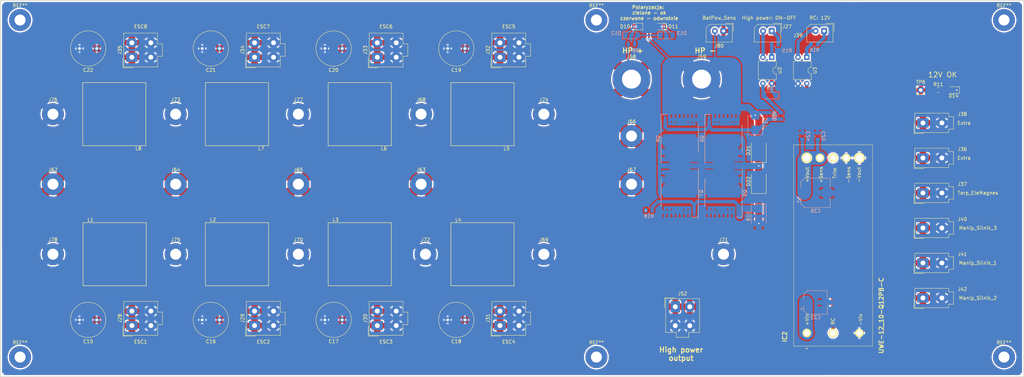
<source format=kicad_pcb>
(kicad_pcb (version 20171130) (host pcbnew "(5.0.2)-1")
  (layers (0 F.Cu signal) (31 B.Cu signal) (34 B.Paste user hide) (35 F.Paste user hide) (36 B.SilkS user) (37 F.SilkS user) (38 B.Mask user) (39 F.Mask user) (44 Edge.Cuts user))
  (net 0 "")
  (net 1 "Net-(C15-Pad1)")
  (net 2 -BattPow)
  (net 3 "Net-(C16-Pad1)")
  (net 4 "Net-(C17-Pad1)")
  (net 5 "Net-(C18-Pad1)")
  (net 6 "Net-(C19-Pad1)")
  (net 7 "Net-(C20-Pad1)")
  (net 8 "Net-(C21-Pad1)")
  (net 9 "Net-(C22-Pad1)")
  (net 10 +BattPow)
  (net 11 "Net-(C24-Pad1)")
  (net 12 "Net-(D9-Pad2)")
  (net 13 "Net-(D10-Pad2)")
  (net 14 "Net-(D10-Pad1)")
  (net 15 "Net-(D14-Pad2)")
  (net 16 "Net-(IC2-Pad2)")
  (net 17 "Net-(J27-Pad2)")
  (net 18 "Net-(J27-Pad1)")
  (net 19 "Net-(J39-Pad1)")
  (net 20 "Net-(J39-Pad2)")
  (net 21 "Net-(D11-Pad1)")
  (net 22 "Net-(D12-Pad2)")
  (net 23 "Net-(R15-Pad1)")
  (net 24 "Net-(R16-Pad1)")
  (net 25 "Net-(D17-Pad1)")
  (net 26 "Net-(D18-Pad1)")
  (net 27 "Net-(D21-Pad1)")
  (module Resistor_SMD:R_0805_2012Metric (layer B.Cu) (at 240.9295 48.2695 270)
    (fp_text reference R9 (at 0 1.905 270) (layer B.SilkS) (effects (justify mirror)))
    (fp_text value 100)
    (pad 1 smd roundrect (at -0.9375 0 270) (size 0.975 1.4) (layers B.Cu B.Paste B.Mask) (net 12 "Net-(D9-Pad2)"))
    (pad 2 smd roundrect (at 0.9375 0 270) (size 0.975 1.4) (layers B.Cu B.Paste B.Mask) (net 25 "Net-(D17-Pad1)"))
  )
  (module Diode_SMD:D_SMB (layer B.Cu) (at 233.492 50.182 90)
    (fp_text reference D17 (at 0 3 90) (layer B.SilkS) (effects (justify mirror)))
    (fp_text value D_TVS)
    (pad 2 smd rect (at 2.15 0 90) (size 2.5 2.3) (layers B.Cu B.Paste B.Mask) (net 14 "Net-(D10-Pad1)"))
    (pad 1 smd rect (at -2.15 0 90) (size 2.5 2.3) (layers B.Cu B.Paste B.Mask) (net 25 "Net-(D17-Pad1)"))
  )
  (module Package_DIP:DIP-4_W7.62mm (layer F.Cu) (at 248.412 31.242 270)
    (fp_text reference U3 (at 3.81 -2.33 270) (layer F.SilkS))
    (fp_text value Transoptor)
    (pad 4 thru_hole oval (at 7.62 0 270) (size 1.6 1.6) (drill 0.8) (layers *.Cu *.Mask) (net 16 "Net-(IC2-Pad2)"))
    (pad 2 thru_hole oval (at 0 2.54 270) (size 1.6 1.6) (drill 0.8) (layers *.Cu *.Mask) (net 20 "Net-(J39-Pad2)"))
    (pad 3 thru_hole oval (at 7.62 2.54 270) (size 1.6 1.6) (drill 0.8) (layers *.Cu *.Mask) (net 2 -BattPow))
    (pad 1 thru_hole rect (at 0 0 270) (size 1.6 1.6) (drill 0.8) (layers *.Cu *.Mask) (net 24 "Net-(R16-Pad1)"))
  )
  (module Capacitor_THT:C_Radial_D10.0mm_H20.0mm_P5.00mm (layer F.Cu) (at 42.672 107.442 180)
    (fp_text reference C15 (at 2.5 -6.25 180) (layer F.SilkS))
    (fp_text value C)
    (pad 1 thru_hole circle (at 0 0 180) (size 1.6 1.6) (drill 0.8) (layers *.Cu *.Mask) (net 1 "Net-(C15-Pad1)"))
    (pad 2 thru_hole circle (at 5 0 180) (size 1.6 1.6) (drill 0.8) (layers *.Cu *.Mask) (net 2 -BattPow))
  )
  (module Capacitor_THT:C_Radial_D10.0mm_H20.0mm_P5.00mm (layer F.Cu) (at 78.232 107.442 180)
    (fp_text reference C16 (at 2.5 -6.25 180) (layer F.SilkS))
    (fp_text value C)
    (pad 2 thru_hole circle (at 5 0 180) (size 1.6 1.6) (drill 0.8) (layers *.Cu *.Mask) (net 2 -BattPow))
    (pad 1 thru_hole circle (at 0 0 180) (size 1.6 1.6) (drill 0.8) (layers *.Cu *.Mask) (net 3 "Net-(C16-Pad1)"))
  )
  (module Capacitor_THT:C_Radial_D10.0mm_H20.0mm_P5.00mm (layer F.Cu) (at 113.792 107.442 180)
    (fp_text reference C17 (at 2.5 -6.25 180) (layer F.SilkS))
    (fp_text value C)
    (pad 1 thru_hole circle (at 0 0 180) (size 1.6 1.6) (drill 0.8) (layers *.Cu *.Mask) (net 4 "Net-(C17-Pad1)"))
    (pad 2 thru_hole circle (at 5 0 180) (size 1.6 1.6) (drill 0.8) (layers *.Cu *.Mask) (net 2 -BattPow))
  )
  (module Capacitor_THT:C_Radial_D10.0mm_H20.0mm_P5.00mm (layer F.Cu) (at 149.352 107.442 180)
    (fp_text reference C18 (at 2.5 -6.25 180) (layer F.SilkS))
    (fp_text value C)
    (pad 2 thru_hole circle (at 5 0 180) (size 1.6 1.6) (drill 0.8) (layers *.Cu *.Mask) (net 2 -BattPow))
    (pad 1 thru_hole circle (at 0 0 180) (size 1.6 1.6) (drill 0.8) (layers *.Cu *.Mask) (net 5 "Net-(C18-Pad1)"))
  )
  (module Capacitor_THT:C_Radial_D10.0mm_H20.0mm_P5.00mm (layer F.Cu) (at 149.352 28.702 180)
    (fp_text reference C19 (at 2.5 -6.25 180) (layer F.SilkS))
    (fp_text value C)
    (pad 1 thru_hole circle (at 0 0 180) (size 1.6 1.6) (drill 0.8) (layers *.Cu *.Mask) (net 6 "Net-(C19-Pad1)"))
    (pad 2 thru_hole circle (at 5 0 180) (size 1.6 1.6) (drill 0.8) (layers *.Cu *.Mask) (net 2 -BattPow))
  )
  (module Capacitor_THT:C_Radial_D10.0mm_H20.0mm_P5.00mm (layer F.Cu) (at 113.792 28.702 180)
    (fp_text reference C20 (at 2.5 -6.25 180) (layer F.SilkS))
    (fp_text value C)
    (pad 1 thru_hole circle (at 0 0 180) (size 1.6 1.6) (drill 0.8) (layers *.Cu *.Mask) (net 7 "Net-(C20-Pad1)"))
    (pad 2 thru_hole circle (at 5 0 180) (size 1.6 1.6) (drill 0.8) (layers *.Cu *.Mask) (net 2 -BattPow))
  )
  (module Capacitor_THT:C_Radial_D10.0mm_H20.0mm_P5.00mm (layer F.Cu) (at 78.232 28.702 180)
    (fp_text reference C21 (at 2.5 -6.25 180) (layer F.SilkS))
    (fp_text value C)
    (pad 2 thru_hole circle (at 5 0 180) (size 1.6 1.6) (drill 0.8) (layers *.Cu *.Mask) (net 2 -BattPow))
    (pad 1 thru_hole circle (at 0 0 180) (size 1.6 1.6) (drill 0.8) (layers *.Cu *.Mask) (net 8 "Net-(C21-Pad1)"))
  )
  (module Capacitor_SMD:CP_Elec_6.3x5.4 (layer B.Cu) (at 250.952 102.362)
    (fp_text reference C23 (at 0 4.35) (layer B.SilkS) (effects (justify mirror)))
    (fp_text value 33uF)
    (pad 1 smd roundrect (at -2.8 0) (size 3.5 1.6) (layers B.Cu B.Paste B.Mask) (roundrect_rratio 0.15625) (net 10 +BattPow))
    (pad 2 smd roundrect (at 2.8 0) (size 3.5 1.6) (layers B.Cu B.Paste B.Mask) (roundrect_rratio 0.15625) (net 2 -BattPow))
  )
  (module Capacitor_SMD:C_0805_2012Metric (layer B.Cu) (at 247.142 54.102 90)
    (fp_text reference C24 (at 0 1.65 90) (layer B.SilkS) (effects (justify mirror)))
    (fp_text value 100nF)
    (pad 1 smd roundrect (at -0.9375 0 90) (size 0.975 1.4) (layers B.Cu B.Paste B.Mask) (net 11 "Net-(C24-Pad1)"))
    (pad 2 smd roundrect (at 0.9375 0 90) (size 0.975 1.4) (layers B.Cu B.Paste B.Mask) (net 2 -BattPow))
  )
  (module Capacitor_SMD:C_0805_2012Metric (layer B.Cu) (at 251.587 54.102 90)
    (fp_text reference C25 (at 0 1.65 90) (layer B.SilkS) (effects (justify mirror)))
    (fp_text value 10uF)
    (pad 2 smd roundrect (at 0.9375 0 90) (size 0.975 1.4) (layers B.Cu B.Paste B.Mask) (net 2 -BattPow))
    (pad 1 smd roundrect (at -0.9375 0 90) (size 0.975 1.4) (layers B.Cu B.Paste B.Mask) (net 11 "Net-(C24-Pad1)"))
  )
  (module Capacitor_SMD:CP_Elec_8x10 (layer B.Cu) (at 250.952 70.612)
    (fp_text reference C26 (at 0 5.2) (layer B.SilkS) (effects (justify mirror)))
    (fp_text value 200uF)
    (pad 2 smd roundrect (at 3.25 0) (size 3.5 2.5) (layers B.Cu B.Paste B.Mask) (roundrect_rratio 0.1) (net 2 -BattPow))
    (pad 1 smd roundrect (at -3.25 0) (size 3.5 2.5) (layers B.Cu B.Paste B.Mask) (roundrect_rratio 0.1) (net 11 "Net-(C24-Pad1)"))
  )
  (module Diode_SMD:D_MiniMELF (layer B.Cu) (at 237.742 42.332 180)
    (fp_text reference D9 (at 0 2 180) (layer B.SilkS) (effects (justify mirror)))
    (fp_text value BAT48)
    (pad 1 smd rect (at -1.75 0 180) (size 1.3 1.7) (layers B.Cu B.Paste B.Mask) (net 10 +BattPow))
    (pad 2 smd rect (at 1.75 0 180) (size 1.3 1.7) (layers B.Cu B.Paste B.Mask) (net 12 "Net-(D9-Pad2)"))
  )
  (module LED_SMD:LED_0805_2012Metric (layer F.Cu) (at 199.2145 22.352 180)
    (fp_text reference D10 (at 3.4625 0.02 180) (layer F.SilkS))
    (fp_text value LED_G)
    (pad 2 smd roundrect (at 0.9375 0 180) (size 0.975 1.4) (layers F.Cu F.Paste F.Mask) (net 13 "Net-(D10-Pad2)"))
    (pad 1 smd roundrect (at -0.9375 0 180) (size 0.975 1.4) (layers F.Cu F.Paste F.Mask) (net 14 "Net-(D10-Pad1)"))
  )
  (module LED_SMD:LED_0805_2012Metric (layer F.Cu) (at 206.1695 22.352 180)
    (fp_text reference D11 (at -3.5825 0.02 180) (layer F.SilkS))
    (fp_text value LED_R)
    (pad 1 smd roundrect (at -0.9375 0 180) (size 0.975 1.4) (layers F.Cu F.Paste F.Mask) (net 21 "Net-(D11-Pad1)"))
    (pad 2 smd roundrect (at 0.9375 0 180) (size 0.975 1.4) (layers F.Cu F.Paste F.Mask) (net 14 "Net-(D10-Pad1)"))
  )
  (module Diode_SMD:D_MiniMELF (layer B.Cu) (at 197.612 24.892)
    (fp_text reference D12 (at -4.445 -0.635) (layer B.SilkS) (effects (justify mirror)))
    (fp_text value BAT48)
    (pad 1 smd rect (at -1.75 0) (size 1.3 1.7) (layers B.Cu B.Paste B.Mask) (net 13 "Net-(D10-Pad2)"))
    (pad 2 smd rect (at 1.75 0) (size 1.3 1.7) (layers B.Cu B.Paste B.Mask) (net 22 "Net-(D12-Pad2)"))
  )
  (module Diode_SMD:D_MiniMELF (layer B.Cu) (at 207.772 24.892)
    (fp_text reference D13 (at 4.445 -0.635) (layer B.SilkS) (effects (justify mirror)))
    (fp_text value BAT48)
    (pad 1 smd rect (at -1.75 0) (size 1.3 1.7) (layers B.Cu B.Paste B.Mask) (net 22 "Net-(D12-Pad2)"))
    (pad 2 smd rect (at 1.75 0) (size 1.3 1.7) (layers B.Cu B.Paste B.Mask) (net 21 "Net-(D11-Pad1)"))
  )
  (module LED_SMD:LED_0805_2012Metric (layer F.Cu) (at 290.957 40.767 180)
    (fp_text reference D14 (at 0 -1.65 180) (layer F.SilkS))
    (fp_text value LED_B)
    (pad 2 smd roundrect (at 0.9375 0 180) (size 0.975 1.4) (layers F.Cu F.Paste F.Mask) (net 15 "Net-(D14-Pad2)"))
    (pad 1 smd roundrect (at -0.9375 0 180) (size 0.975 1.4) (layers F.Cu F.Paste F.Mask) (net 2 -BattPow))
  )
  (module UWE-12_10-Q12P-C:UWE-12_10-Q12P-C (layer F.Cu) (at 256.032 85.852 90)
    (fp_text reference IC2 (at -26.5 -14 90) (layer F.SilkS) (effects (font (size 1.27 1.27) (thickness 0.254))))
    (fp_text value UWE-12_10-Q12PB-C (at -20.32 13.97 90) (layer F.SilkS) (effects (font (size 1.27 1.27) (thickness 0.254))))
    (fp_text user +Vin (at -21.5 -7.5 90) (layer F.SilkS))
    (fp_text user -Vin (at -21.5 8 90) (layer F.SilkS))
    (fp_text user RC (at -22 0 90) (layer F.SilkS))
    (fp_text user -Vout (at 20.5 7.5 90) (layer F.SilkS))
    (fp_text user +Vout (at 20.5 -7.5 90) (layer F.SilkS))
    (fp_text user +Sens (at 20.5 -3.5 90) (layer F.SilkS))
    (fp_text user -Sens (at 20.5 4.5 90) (layer F.SilkS))
    (fp_text user Trim (at 21 0.5 90) (layer F.SilkS))
    (pad 1 thru_hole circle (at -25.4 -7.62 180) (size 2.54 2.54) (drill 1.5748) (layers *.Cu *.Mask F.SilkS) (net 10 +BattPow))
    (pad 2 thru_hole circle (at -25.4 0 180) (size 2.54 2.54) (drill 1.5748) (layers *.Cu *.Mask F.SilkS) (net 16 "Net-(IC2-Pad2)"))
    (pad 3 thru_hole circle (at -25.4 7.62 180) (size 2.54 2.54) (drill 1.5748) (layers *.Cu *.Mask F.SilkS) (net 2 -BattPow))
    (pad 4 thru_hole circle (at 25.4 7.62 180) (size 3.2 3.2) (drill 2.1336) (layers *.Cu *.Mask F.SilkS) (net 2 -BattPow))
    (pad 5 thru_hole circle (at 25.4 3.81 180) (size 2.54 2.54) (drill 1.5748) (layers *.Cu *.Mask F.SilkS) (net 2 -BattPow))
    (pad 6 thru_hole circle (at 25.4 0 180) (size 2.54 2.54) (drill 1.5748) (layers *.Cu *.Mask F.SilkS))
    (pad 7 thru_hole circle (at 25.4 -3.81 180) (size 2.54 2.54) (drill 1.5748) (layers *.Cu *.Mask F.SilkS) (net 11 "Net-(C24-Pad1)"))
    (pad 8 thru_hole circle (at 25.4 -7.62 180) (size 3.2 3.2) (drill 2.1336) (layers *.Cu *.Mask F.SilkS) (net 11 "Net-(C24-Pad1)"))
  )
  (module Connector_Molex:Molex_SPOX_5267-02A_1x02_P2.50mm_Vertical (layer F.Cu) (at 238.252 23.622 180)
    (fp_text reference J27 (at -4.445 1.27 180) (layer F.SilkS))
    (fp_text value "High power: ON-OFF" (at 0.762 3.81 180) (layer F.SilkS))
    (pad 2 thru_hole oval (at 2.5 0 180) (size 1.7 1.85) (drill 0.85) (layers *.Cu *.Mask) (net 17 "Net-(J27-Pad2)"))
    (pad 1 thru_hole roundrect (at 0 0 180) (size 1.7 1.85) (drill 0.85) (layers *.Cu *.Mask) (roundrect_rratio 0.147059) (net 18 "Net-(J27-Pad1)"))
  )
  (module Connector_Molex:Molex_Mini-Fit_Jr_5566-04A_2x02_P4.20mm_Vertical (layer F.Cu) (at 52.852 109.102 90)
    (fp_text reference J28 (at 2.1 -3.45 90) (layer F.SilkS))
    (fp_text value ESC1 (at -4.69 2.52 180) (layer F.SilkS))
    (pad 1 thru_hole roundrect (at 0 0 90) (size 2.7 3.3) (drill 1.4) (layers *.Cu *.Mask) (roundrect_rratio 0.09259299999999999) (net 1 "Net-(C15-Pad1)"))
    (pad 2 thru_hole oval (at 4.2 0 90) (size 2.7 3.3) (drill 1.4) (layers *.Cu *.Mask) (net 1 "Net-(C15-Pad1)"))
    (pad 3 thru_hole oval (at 0 5.5 90) (size 2.7 3.3) (drill 1.4) (layers *.Cu *.Mask) (net 2 -BattPow))
    (pad 4 thru_hole oval (at 4.2 5.5 90) (size 2.7 3.3) (drill 1.4) (layers *.Cu *.Mask) (net 2 -BattPow))
  )
  (module Connector_Molex:Molex_Mini-Fit_Jr_5566-04A_2x02_P4.20mm_Vertical (layer F.Cu) (at 88.392 109.102 90)
    (fp_text reference J29 (at 2.1 -3.45 90) (layer F.SilkS))
    (fp_text value ESC2 (at -4.69 2.54 180) (layer F.SilkS))
    (pad 4 thru_hole oval (at 4.2 5.5 90) (size 2.7 3.3) (drill 1.4) (layers *.Cu *.Mask) (net 2 -BattPow))
    (pad 3 thru_hole oval (at 0 5.5 90) (size 2.7 3.3) (drill 1.4) (layers *.Cu *.Mask) (net 2 -BattPow))
    (pad 2 thru_hole oval (at 4.2 0 90) (size 2.7 3.3) (drill 1.4) (layers *.Cu *.Mask) (net 3 "Net-(C16-Pad1)"))
    (pad 1 thru_hole roundrect (at 0 0 90) (size 2.7 3.3) (drill 1.4) (layers *.Cu *.Mask) (roundrect_rratio 0.09259299999999999) (net 3 "Net-(C16-Pad1)"))
  )
  (module Connector_Molex:Molex_Mini-Fit_Jr_5566-04A_2x02_P4.20mm_Vertical (layer F.Cu) (at 123.952 109.102 90)
    (fp_text reference J30 (at 2.1 -3.45 90) (layer F.SilkS))
    (fp_text value ESC3 (at -4.69 2.54 180) (layer F.SilkS))
    (pad 1 thru_hole roundrect (at 0 0 90) (size 2.7 3.3) (drill 1.4) (layers *.Cu *.Mask) (roundrect_rratio 0.09259299999999999) (net 4 "Net-(C17-Pad1)"))
    (pad 2 thru_hole oval (at 4.2 0 90) (size 2.7 3.3) (drill 1.4) (layers *.Cu *.Mask) (net 4 "Net-(C17-Pad1)"))
    (pad 3 thru_hole oval (at 0 5.5 90) (size 2.7 3.3) (drill 1.4) (layers *.Cu *.Mask) (net 2 -BattPow))
    (pad 4 thru_hole oval (at 4.2 5.5 90) (size 2.7 3.3) (drill 1.4) (layers *.Cu *.Mask) (net 2 -BattPow))
  )
  (module Connector_Molex:Molex_Mini-Fit_Jr_5566-04A_2x02_P4.20mm_Vertical (layer F.Cu) (at 159.512 109.102 90)
    (fp_text reference J31 (at 2.1 -3.45 90) (layer F.SilkS))
    (fp_text value ESC4 (at -4.69 2.54 180) (layer F.SilkS))
    (pad 4 thru_hole oval (at 4.2 5.5 90) (size 2.7 3.3) (drill 1.4) (layers *.Cu *.Mask) (net 2 -BattPow))
    (pad 3 thru_hole oval (at 0 5.5 90) (size 2.7 3.3) (drill 1.4) (layers *.Cu *.Mask) (net 2 -BattPow))
    (pad 2 thru_hole oval (at 4.2 0 90) (size 2.7 3.3) (drill 1.4) (layers *.Cu *.Mask) (net 5 "Net-(C18-Pad1)"))
    (pad 1 thru_hole roundrect (at 0 0 90) (size 2.7 3.3) (drill 1.4) (layers *.Cu *.Mask) (roundrect_rratio 0.09259299999999999) (net 5 "Net-(C18-Pad1)"))
  )
  (module Connector_Molex:Molex_Mini-Fit_Jr_5566-04A_2x02_P4.20mm_Vertical (layer F.Cu) (at 159.512 31.242 90)
    (fp_text reference J32 (at 2.1 -3.45 90) (layer F.SilkS))
    (fp_text value ESC5 (at 8.89 2.54 180) (layer F.SilkS))
    (pad 4 thru_hole oval (at 4.2 5.5 90) (size 2.7 3.3) (drill 1.4) (layers *.Cu *.Mask) (net 2 -BattPow))
    (pad 3 thru_hole oval (at 0 5.5 90) (size 2.7 3.3) (drill 1.4) (layers *.Cu *.Mask) (net 2 -BattPow))
    (pad 2 thru_hole oval (at 4.2 0 90) (size 2.7 3.3) (drill 1.4) (layers *.Cu *.Mask) (net 6 "Net-(C19-Pad1)"))
    (pad 1 thru_hole roundrect (at 0 0 90) (size 2.7 3.3) (drill 1.4) (layers *.Cu *.Mask) (roundrect_rratio 0.09259299999999999) (net 6 "Net-(C19-Pad1)"))
  )
  (module Connector_Molex:Molex_Mini-Fit_Jr_5566-04A_2x02_P4.20mm_Vertical (layer F.Cu) (at 123.952 31.242 90)
    (fp_text reference J33 (at 2.1 -3.45 90) (layer F.SilkS))
    (fp_text value ESC6 (at 8.89 2.54 180) (layer F.SilkS))
    (pad 1 thru_hole roundrect (at 0 0 90) (size 2.7 3.3) (drill 1.4) (layers *.Cu *.Mask) (roundrect_rratio 0.09259299999999999) (net 7 "Net-(C20-Pad1)"))
    (pad 2 thru_hole oval (at 4.2 0 90) (size 2.7 3.3) (drill 1.4) (layers *.Cu *.Mask) (net 7 "Net-(C20-Pad1)"))
    (pad 3 thru_hole oval (at 0 5.5 90) (size 2.7 3.3) (drill 1.4) (layers *.Cu *.Mask) (net 2 -BattPow))
    (pad 4 thru_hole oval (at 4.2 5.5 90) (size 2.7 3.3) (drill 1.4) (layers *.Cu *.Mask) (net 2 -BattPow))
  )
  (module Connector_Molex:Molex_Mini-Fit_Jr_5566-04A_2x02_P4.20mm_Vertical (layer F.Cu) (at 88.392 31.242 90)
    (fp_text reference J34 (at 2.1 -3.45 90) (layer F.SilkS))
    (fp_text value ESC7 (at 8.89 2.54 180) (layer F.SilkS))
    (pad 1 thru_hole roundrect (at 0 0 90) (size 2.7 3.3) (drill 1.4) (layers *.Cu *.Mask) (roundrect_rratio 0.09259299999999999) (net 8 "Net-(C21-Pad1)"))
    (pad 2 thru_hole oval (at 4.2 0 90) (size 2.7 3.3) (drill 1.4) (layers *.Cu *.Mask) (net 8 "Net-(C21-Pad1)"))
    (pad 3 thru_hole oval (at 0 5.5 90) (size 2.7 3.3) (drill 1.4) (layers *.Cu *.Mask) (net 2 -BattPow))
    (pad 4 thru_hole oval (at 4.2 5.5 90) (size 2.7 3.3) (drill 1.4) (layers *.Cu *.Mask) (net 2 -BattPow))
  )
  (module Connector_Molex:Molex_Mini-Fit_Jr_5566-04A_2x02_P4.20mm_Vertical (layer F.Cu) (at 52.832 31.242 90)
    (fp_text reference J35 (at 2.1 -3.45 90) (layer F.SilkS))
    (fp_text value ESC8 (at 8.89 2.54 180) (layer F.SilkS))
    (pad 4 thru_hole oval (at 4.2 5.5 90) (size 2.7 3.3) (drill 1.4) (layers *.Cu *.Mask) (net 2 -BattPow))
    (pad 3 thru_hole oval (at 0 5.5 90) (size 2.7 3.3) (drill 1.4) (layers *.Cu *.Mask) (net 2 -BattPow))
    (pad 2 thru_hole oval (at 4.2 0 90) (size 2.7 3.3) (drill 1.4) (layers *.Cu *.Mask) (net 9 "Net-(C22-Pad1)"))
    (pad 1 thru_hole roundrect (at 0 0 90) (size 2.7 3.3) (drill 1.4) (layers *.Cu *.Mask) (roundrect_rratio 0.09259299999999999) (net 9 "Net-(C22-Pad1)"))
  )
  (module Connector_Molex:Molex_SPOX_5267-02A_1x02_P2.50mm_Vertical (layer F.Cu) (at 253.452 23.622 180)
    (fp_text reference J39 (at 7.58 -1.27 180) (layer F.SilkS))
    (fp_text value "RC: 12V" (at 1.23 3.81 180) (layer F.SilkS))
    (pad 1 thru_hole roundrect (at 0 0 180) (size 1.7 1.85) (drill 0.85) (layers *.Cu *.Mask) (roundrect_rratio 0.147059) (net 19 "Net-(J39-Pad1)"))
    (pad 2 thru_hole oval (at 2.5 0 180) (size 1.7 1.85) (drill 0.85) (layers *.Cu *.Mask) (net 20 "Net-(J39-Pad2)"))
  )
  (module Connector_Molex:Molex_Mini-Fit_Jr_5566-04A_2x02_P4.20mm_Vertical (layer F.Cu) (at 210.312 103.632)
    (fp_text reference J52 (at 2.1 -3.81) (layer F.SilkS))
    (fp_text value HP_OUT)
    (pad 4 thru_hole oval (at 4.2 5.5) (size 2.7 3.3) (drill 1.4) (layers *.Cu *.Mask) (net 2 -BattPow))
    (pad 3 thru_hole oval (at 0 5.5) (size 2.7 3.3) (drill 1.4) (layers *.Cu *.Mask) (net 2 -BattPow))
    (pad 2 thru_hole oval (at 4.2 0) (size 2.7 3.3) (drill 1.4) (layers *.Cu *.Mask) (net 10 +BattPow))
    (pad 1 thru_hole roundrect (at 0 0) (size 2.7 3.3) (drill 1.4) (layers *.Cu *.Mask) (roundrect_rratio 0.09259299999999999) (net 10 +BattPow))
  )
  (module 74435571100:74435571100 (layer F.Cu) (at 47.852 88.392)
    (fp_text reference L1 (at -7 -10) (layer F.SilkS))
    (fp_text value L)
    (pad 1 smd rect (at 0 -7.5) (size 6 6) (layers F.Cu F.Paste F.Mask) (net 10 +BattPow))
    (pad 2 smd rect (at 0 7.5) (size 6 6) (layers F.Cu F.Paste F.Mask) (net 1 "Net-(C15-Pad1)"))
  )
  (module 74435571100:74435571100 (layer F.Cu) (at 83.312 88.392)
    (fp_text reference L2 (at -7 -10) (layer F.SilkS))
    (fp_text value L)
    (pad 2 smd rect (at 0 7.5) (size 6 6) (layers F.Cu F.Paste F.Mask) (net 3 "Net-(C16-Pad1)"))
    (pad 1 smd rect (at 0 -7.5) (size 6 6) (layers F.Cu F.Paste F.Mask) (net 10 +BattPow))
  )
  (module 74435571100:74435571100 (layer F.Cu) (at 118.872 88.392)
    (fp_text reference L3 (at -7 -10) (layer F.SilkS))
    (fp_text value L)
    (pad 1 smd rect (at 0 -7.5) (size 6 6) (layers F.Cu F.Paste F.Mask) (net 10 +BattPow))
    (pad 2 smd rect (at 0 7.5) (size 6 6) (layers F.Cu F.Paste F.Mask) (net 4 "Net-(C17-Pad1)"))
  )
  (module 74435571100:74435571100 (layer F.Cu) (at 154.432 88.392)
    (fp_text reference L4 (at -7 -10) (layer F.SilkS))
    (fp_text value L)
    (pad 2 smd rect (at 0 7.5) (size 6 6) (layers F.Cu F.Paste F.Mask) (net 5 "Net-(C18-Pad1)"))
    (pad 1 smd rect (at 0 -7.5) (size 6 6) (layers F.Cu F.Paste F.Mask) (net 10 +BattPow))
  )
  (module 74435571100:74435571100 (layer F.Cu) (at 154.432 47.752 180)
    (fp_text reference L5 (at -7 -10 180) (layer F.SilkS))
    (fp_text value L)
    (pad 1 smd rect (at 0 -7.5 180) (size 6 6) (layers F.Cu F.Paste F.Mask) (net 10 +BattPow))
    (pad 2 smd rect (at 0 7.5 180) (size 6 6) (layers F.Cu F.Paste F.Mask) (net 6 "Net-(C19-Pad1)"))
  )
  (module 74435571100:74435571100 (layer F.Cu) (at 118.872 47.752 180)
    (fp_text reference L6 (at -7 -10 180) (layer F.SilkS))
    (fp_text value L)
    (pad 1 smd rect (at 0 -7.5 180) (size 6 6) (layers F.Cu F.Paste F.Mask) (net 10 +BattPow))
    (pad 2 smd rect (at 0 7.5 180) (size 6 6) (layers F.Cu F.Paste F.Mask) (net 7 "Net-(C20-Pad1)"))
  )
  (module 74435571100:74435571100 (layer F.Cu) (at 83.312 47.752 180)
    (fp_text reference L7 (at -7 -10 180) (layer F.SilkS))
    (fp_text value L)
    (pad 2 smd rect (at 0 7.5 180) (size 6 6) (layers F.Cu F.Paste F.Mask) (net 8 "Net-(C21-Pad1)"))
    (pad 1 smd rect (at 0 -7.5 180) (size 6 6) (layers F.Cu F.Paste F.Mask) (net 10 +BattPow))
  )
  (module 74435571100:74435571100 (layer F.Cu) (at 47.752 47.752 180)
    (fp_text reference L8 (at -7 -10 180) (layer F.SilkS))
    (fp_text value L)
    (pad 2 smd rect (at 0 7.5 180) (size 6 6) (layers F.Cu F.Paste F.Mask) (net 9 "Net-(C22-Pad1)"))
    (pad 1 smd rect (at 0 -7.5 180) (size 6 6) (layers F.Cu F.Paste F.Mask) (net 10 +BattPow))
  )
  (module Package_TO_SOT_SMD:Infineon_PG-HSOF-8-1 (layer B.Cu) (at 224.282 54.882 270)
    (fp_text reference Q6 (at 0 6.25 270) (layer B.SilkS) (effects (justify mirror)))
    (fp_text value IPT004N03L)
    (pad 2 smd rect (at -4.25 -0.6) (size 8 0.8) (layers B.Cu B.Mask) (net 14 "Net-(D10-Pad1)"))
    (pad 1 smd rect (at -5.25 4.2) (size 0.8 2.8) (layers B.Cu B.Paste B.Mask) (net 25 "Net-(D17-Pad1)"))
    (pad 2 smd rect (at -5.25 3) (size 0.8 2.8) (layers B.Cu B.Paste B.Mask) (net 14 "Net-(D10-Pad1)"))
    (pad 2 smd rect (at -5.25 1.8) (size 0.8 2.8) (layers B.Cu B.Paste B.Mask) (net 14 "Net-(D10-Pad1)"))
    (pad 2 smd rect (at -5.25 -4.2) (size 0.8 2.8) (layers B.Cu B.Paste B.Mask) (net 14 "Net-(D10-Pad1)"))
    (pad 2 smd rect (at -5.25 -3) (size 0.8 2.8) (layers B.Cu B.Paste B.Mask) (net 14 "Net-(D10-Pad1)"))
    (pad 2 smd rect (at -5.25 -1.8) (size 0.8 2.8) (layers B.Cu B.Paste B.Mask) (net 14 "Net-(D10-Pad1)"))
    (pad 2 smd rect (at -5.25 -0.6) (size 0.8 2.8) (layers B.Cu B.Paste B.Mask) (net 14 "Net-(D10-Pad1)"))
    (pad 2 smd rect (at -5.25 0.6) (size 0.8 2.8) (layers B.Cu B.Paste B.Mask) (net 14 "Net-(D10-Pad1)"))
    (pad 3 smd rect (at 0.5 0) (size 9.7 3.7) (layers B.Cu B.Mask) (net 27 "Net-(D21-Pad1)"))
    (pad 3 smd rect (at 3.8 0) (size 8.7 2.9) (layers B.Cu B.Mask) (net 27 "Net-(D21-Pad1)"))
    (pad 3 smd rect (at 5.95 0) (size 10.1 1.4) (layers B.Cu B.Mask) (net 27 "Net-(D21-Pad1)"))
  )
  (module Package_TO_SOT_SMD:Infineon_PG-HSOF-8-1 (layer B.Cu) (at 211.582 70.612 90)
    (fp_text reference Q7 (at 0 6.25 90) (layer B.SilkS) (effects (justify mirror)))
    (fp_text value IPT004N03L)
    (pad 3 smd rect (at 5.95 0 180) (size 10.1 1.4) (layers B.Cu B.Mask) (net 27 "Net-(D21-Pad1)"))
    (pad 3 smd rect (at 3.8 0 180) (size 8.7 2.9) (layers B.Cu B.Mask) (net 27 "Net-(D21-Pad1)"))
    (pad 3 smd rect (at 0.5 0 180) (size 9.7 3.7) (layers B.Cu B.Mask) (net 27 "Net-(D21-Pad1)"))
    (pad 2 smd rect (at -5.25 0.6 180) (size 0.8 2.8) (layers B.Cu B.Paste B.Mask) (net 2 -BattPow))
    (pad 2 smd rect (at -5.25 -0.6 180) (size 0.8 2.8) (layers B.Cu B.Paste B.Mask) (net 2 -BattPow))
    (pad 2 smd rect (at -5.25 -1.8 180) (size 0.8 2.8) (layers B.Cu B.Paste B.Mask) (net 2 -BattPow))
    (pad 2 smd rect (at -5.25 -3 180) (size 0.8 2.8) (layers B.Cu B.Paste B.Mask) (net 2 -BattPow))
    (pad 2 smd rect (at -5.25 -4.2 180) (size 0.8 2.8) (layers B.Cu B.Paste B.Mask) (net 2 -BattPow))
    (pad 2 smd rect (at -5.25 1.8 180) (size 0.8 2.8) (layers B.Cu B.Paste B.Mask) (net 2 -BattPow))
    (pad 2 smd rect (at -5.25 3 180) (size 0.8 2.8) (layers B.Cu B.Paste B.Mask) (net 2 -BattPow))
    (pad 1 smd rect (at -5.25 4.2 180) (size 0.8 2.8) (layers B.Cu B.Paste B.Mask) (net 26 "Net-(D18-Pad1)"))
    (pad 2 smd rect (at -4.25 -0.6 180) (size 8 0.8) (layers B.Cu B.Mask) (net 2 -BattPow))
  )
  (module Package_TO_SOT_SMD:Infineon_PG-HSOF-8-1 (layer B.Cu) (at 211.582 54.882 270)
    (fp_text reference Q8 (at 0 6.25 270) (layer B.SilkS) (effects (justify mirror)))
    (fp_text value IPT004N03L)
    (pad 3 smd rect (at 5.95 0) (size 10.1 1.4) (layers B.Cu B.Mask) (net 27 "Net-(D21-Pad1)"))
    (pad 3 smd rect (at 3.8 0) (size 8.7 2.9) (layers B.Cu B.Mask) (net 27 "Net-(D21-Pad1)"))
    (pad 3 smd rect (at 0.5 0) (size 9.7 3.7) (layers B.Cu B.Mask) (net 27 "Net-(D21-Pad1)"))
    (pad 2 smd rect (at -5.25 0.6) (size 0.8 2.8) (layers B.Cu B.Paste B.Mask) (net 14 "Net-(D10-Pad1)"))
    (pad 2 smd rect (at -5.25 -0.6) (size 0.8 2.8) (layers B.Cu B.Paste B.Mask) (net 14 "Net-(D10-Pad1)"))
    (pad 2 smd rect (at -5.25 -1.8) (size 0.8 2.8) (layers B.Cu B.Paste B.Mask) (net 14 "Net-(D10-Pad1)"))
    (pad 2 smd rect (at -5.25 -3) (size 0.8 2.8) (layers B.Cu B.Paste B.Mask) (net 14 "Net-(D10-Pad1)"))
    (pad 2 smd rect (at -5.25 -4.2) (size 0.8 2.8) (layers B.Cu B.Paste B.Mask) (net 14 "Net-(D10-Pad1)"))
    (pad 2 smd rect (at -5.25 1.8) (size 0.8 2.8) (layers B.Cu B.Paste B.Mask) (net 14 "Net-(D10-Pad1)"))
    (pad 2 smd rect (at -5.25 3) (size 0.8 2.8) (layers B.Cu B.Paste B.Mask) (net 14 "Net-(D10-Pad1)"))
    (pad 1 smd rect (at -5.25 4.2) (size 0.8 2.8) (layers B.Cu B.Paste B.Mask) (net 25 "Net-(D17-Pad1)"))
    (pad 2 smd rect (at -4.25 -0.6) (size 8 0.8) (layers B.Cu B.Mask) (net 14 "Net-(D10-Pad1)"))
  )
  (module Package_TO_SOT_SMD:Infineon_PG-HSOF-8-1 (layer B.Cu) (at 224.282 70.612 90)
    (fp_text reference Q9 (at 0 6.25 90) (layer B.SilkS) (effects (justify mirror)))
    (fp_text value IPT004N03L)
    (pad 3 smd rect (at 5.95 0 180) (size 10.1 1.4) (layers B.Cu B.Mask) (net 27 "Net-(D21-Pad1)"))
    (pad 3 smd rect (at 3.8 0 180) (size 8.7 2.9) (layers B.Cu B.Mask) (net 27 "Net-(D21-Pad1)"))
    (pad 3 smd rect (at 0.5 0 180) (size 9.7 3.7) (layers B.Cu B.Mask) (net 27 "Net-(D21-Pad1)"))
    (pad 2 smd rect (at -5.25 0.6 180) (size 0.8 2.8) (layers B.Cu B.Paste B.Mask) (net 2 -BattPow))
    (pad 2 smd rect (at -5.25 -0.6 180) (size 0.8 2.8) (layers B.Cu B.Paste B.Mask) (net 2 -BattPow))
    (pad 2 smd rect (at -5.25 -1.8 180) (size 0.8 2.8) (layers B.Cu B.Paste B.Mask) (net 2 -BattPow))
    (pad 2 smd rect (at -5.25 -3 180) (size 0.8 2.8) (layers B.Cu B.Paste B.Mask) (net 2 -BattPow))
    (pad 2 smd rect (at -5.25 -4.2 180) (size 0.8 2.8) (layers B.Cu B.Paste B.Mask) (net 2 -BattPow))
    (pad 2 smd rect (at -5.25 1.8 180) (size 0.8 2.8) (layers B.Cu B.Paste B.Mask) (net 2 -BattPow))
    (pad 2 smd rect (at -5.25 3 180) (size 0.8 2.8) (layers B.Cu B.Paste B.Mask) (net 2 -BattPow))
    (pad 1 smd rect (at -5.25 4.2 180) (size 0.8 2.8) (layers B.Cu B.Paste B.Mask) (net 26 "Net-(D18-Pad1)"))
    (pad 2 smd rect (at -4.25 -0.6 180) (size 8 0.8) (layers B.Cu B.Mask) (net 2 -BattPow))
  )
  (module Resistor_SMD:R_0805_2012Metric (layer B.Cu) (at 197.612 27.432)
    (fp_text reference R8 (at 1.27 1.905) (layer B.SilkS) (effects (justify mirror)))
    (fp_text value 3k)
    (pad 2 smd roundrect (at 0.9375 0) (size 0.975 1.4) (layers B.Cu B.Paste B.Mask) (net 22 "Net-(D12-Pad2)"))
    (pad 1 smd roundrect (at -0.9375 0) (size 0.975 1.4) (layers B.Cu B.Paste B.Mask) (net 10 +BattPow))
  )
  (module Resistor_SMD:R_0805_2012Metric (layer B.Cu) (at 237.492 48.2695 90)
    (fp_text reference R10 (at 0 1.65 90) (layer B.SilkS) (effects (justify mirror)))
    (fp_text value 10k)
    (pad 1 smd roundrect (at -0.9375 0 90) (size 0.975 1.4) (layers B.Cu B.Paste B.Mask) (net 25 "Net-(D17-Pad1)"))
    (pad 2 smd roundrect (at 0.9375 0 90) (size 0.975 1.4) (layers B.Cu B.Paste B.Mask) (net 14 "Net-(D10-Pad1)"))
  )
  (module Resistor_SMD:R_0805_2012Metric (layer F.Cu) (at 286.512 40.767)
    (fp_text reference R11 (at 0 -1.65) (layer F.SilkS))
    (fp_text value 1k8)
    (pad 2 smd roundrect (at 0.9375 0) (size 0.975 1.4) (layers F.Cu F.Paste F.Mask) (net 15 "Net-(D14-Pad2)"))
    (pad 1 smd roundrect (at -0.9375 0) (size 0.975 1.4) (layers F.Cu F.Paste F.Mask) (net 11 "Net-(C24-Pad1)"))
  )
  (module Connector_PinHeader_2.54mm:PinHeader_1x01_P2.54mm_Vertical (layer F.Cu) (at 281.432 40.767)
    (fp_text reference TP6 (at 0 -2.33) (layer F.SilkS))
    (fp_text value HP_12V)
    (pad 1 thru_hole rect (at 0 0) (size 1.7 1.7) (drill 1) (layers *.Cu *.Mask) (net 11 "Net-(C24-Pad1)"))
  )
  (module Package_DIP:DIP-4_W7.62mm (layer F.Cu) (at 238.252 31.242 270)
    (fp_text reference U2 (at 3.81 -2.33 270) (layer F.SilkS))
    (fp_text value Transoptor)
    (pad 1 thru_hole rect (at 0 0 270) (size 1.6 1.6) (drill 0.8) (layers *.Cu *.Mask) (net 23 "Net-(R15-Pad1)"))
    (pad 3 thru_hole oval (at 7.62 2.54 270) (size 1.6 1.6) (drill 0.8) (layers *.Cu *.Mask) (net 12 "Net-(D9-Pad2)"))
    (pad 2 thru_hole oval (at 0 2.54 270) (size 1.6 1.6) (drill 0.8) (layers *.Cu *.Mask) (net 17 "Net-(J27-Pad2)"))
    (pad 4 thru_hole oval (at 7.62 0 270) (size 1.6 1.6) (drill 0.8) (layers *.Cu *.Mask) (net 10 +BattPow))
  )
  (module MountingHole:MountingHole_5.5mm_Pad (layer F.Cu) (at 197.612 37.592)
    (fp_text reference J58 (at 0 -6.5) (layer F.SilkS))
    (fp_text value +BattPower)
    (pad 1 thru_hole circle (at 0 0) (size 11 11) (drill 5.5) (layers *.Cu *.Mask) (net 10 +BattPow))
  )
  (module Capacitor_THT:C_Radial_D10.0mm_H20.0mm_P5.00mm (layer F.Cu) (at 42.672 28.702 180)
    (fp_text reference C22 (at 2.5 -6.25 180) (layer F.SilkS))
    (fp_text value C)
    (pad 1 thru_hole circle (at 0 0 180) (size 1.6 1.6) (drill 0.8) (layers *.Cu *.Mask) (net 9 "Net-(C22-Pad1)"))
    (pad 2 thru_hole circle (at 5 0 180) (size 1.6 1.6) (drill 0.8) (layers *.Cu *.Mask) (net 2 -BattPow))
  )
  (module molex_3d_2pin:Molex_Mini-Fit_Jr_5566-02A_2x01_P4.20mm_Vertical (layer F.Cu) (at 282.067 60.452 90)
    (fp_text reference J36 (at 2.54 11.43 180) (layer F.SilkS))
    (fp_text value Extra (at 0 11.925 180) (layer F.SilkS))
    (pad 1 thru_hole roundrect (at 0 0 90) (size 2.7 3.3) (drill 1.4) (layers *.Cu *.Mask) (roundrect_rratio 0.09259299999999999) (net 11 "Net-(C24-Pad1)"))
    (pad 2 thru_hole oval (at 0 5.5 90) (size 2.7 3.3) (drill 1.4) (layers *.Cu *.Mask) (net 2 -BattPow))
  )
  (module molex_3d_2pin:Molex_Mini-Fit_Jr_5566-02A_2x01_P4.20mm_Vertical (layer F.Cu) (at 282.067 70.612 90)
    (fp_text reference J37 (at 2.54 11.43 180) (layer F.SilkS))
    (fp_text value Torp_EleMagnes (at 0 15.925 180) (layer F.SilkS))
    (pad 1 thru_hole roundrect (at 0 0 90) (size 2.7 3.3) (drill 1.4) (layers *.Cu *.Mask) (roundrect_rratio 0.09259299999999999) (net 11 "Net-(C24-Pad1)"))
    (pad 2 thru_hole oval (at 0 5.5 90) (size 2.7 3.3) (drill 1.4) (layers *.Cu *.Mask) (net 2 -BattPow))
  )
  (module molex_3d_2pin:Molex_Mini-Fit_Jr_5566-02A_2x01_P4.20mm_Vertical (layer F.Cu) (at 282.067 50.292 90)
    (fp_text reference J38 (at 2.54 11.43 180) (layer F.SilkS))
    (fp_text value Extra (at -0.04 11.925 180) (layer F.SilkS))
    (pad 1 thru_hole roundrect (at 0 0 90) (size 2.7 3.3) (drill 1.4) (layers *.Cu *.Mask) (roundrect_rratio 0.09259299999999999) (net 11 "Net-(C24-Pad1)"))
    (pad 2 thru_hole oval (at 0 5.5 90) (size 2.7 3.3) (drill 1.4) (layers *.Cu *.Mask) (net 2 -BattPow))
  )
  (module molex_3d_2pin:Molex_Mini-Fit_Jr_5566-02A_2x01_P4.20mm_Vertical (layer F.Cu) (at 282.067 80.772 90)
    (fp_text reference J40 (at 2.54 11.43 180) (layer F.SilkS))
    (fp_text value Manip_Silnik_3 (at 0 15.925 180) (layer F.SilkS))
    (pad 2 thru_hole oval (at 0 5.5 90) (size 2.7 3.3) (drill 1.4) (layers *.Cu *.Mask) (net 2 -BattPow))
    (pad 1 thru_hole roundrect (at 0 0 90) (size 2.7 3.3) (drill 1.4) (layers *.Cu *.Mask) (roundrect_rratio 0.09259299999999999) (net 11 "Net-(C24-Pad1)"))
  )
  (module molex_3d_2pin:Molex_Mini-Fit_Jr_5566-02A_2x01_P4.20mm_Vertical (layer F.Cu) (at 282.067 90.932 90)
    (fp_text reference J41 (at 2.54 11.43 180) (layer F.SilkS))
    (fp_text value Manip_Silnik_1 (at 0 15.925 180) (layer F.SilkS))
    (pad 1 thru_hole roundrect (at 0 0 90) (size 2.7 3.3) (drill 1.4) (layers *.Cu *.Mask) (roundrect_rratio 0.09259299999999999) (net 11 "Net-(C24-Pad1)"))
    (pad 2 thru_hole oval (at 0 5.5 90) (size 2.7 3.3) (drill 1.4) (layers *.Cu *.Mask) (net 2 -BattPow))
  )
  (module molex_3d_2pin:Molex_Mini-Fit_Jr_5566-02A_2x01_P4.20mm_Vertical (layer F.Cu) (at 282.067 101.092 90)
    (fp_text reference J42 (at 2.54 11.43 180) (layer F.SilkS))
    (fp_text value Manip_Silnik_2 (at 0 15.925 180) (layer F.SilkS))
    (pad 2 thru_hole oval (at 0 5.5 90) (size 2.7 3.3) (drill 1.4) (layers *.Cu *.Mask) (net 2 -BattPow))
    (pad 1 thru_hole roundrect (at 0 0 90) (size 2.7 3.3) (drill 1.4) (layers *.Cu *.Mask) (roundrect_rratio 0.09259299999999999) (net 11 "Net-(C24-Pad1)"))
  )
  (module MountingHole:MountingHole_5.5mm_Pad (layer F.Cu) (at 217.932 37.592)
    (fp_text reference J59 (at 0 -6.5) (layer F.SilkS))
    (fp_text value -BattPower)
    (pad 1 thru_hole circle (at 0 0) (size 11 11) (drill 5.5) (layers *.Cu *.Mask) (net 14 "Net-(D10-Pad1)"))
  )
  (module Resistor_SMD:R_0805_2012Metric (layer B.Cu) (at 239.1895 27.432)
    (fp_text reference R15 (at 3.5075 1.905) (layer B.SilkS) (effects (justify mirror)))
    (fp_text value 680)
    (pad 1 smd roundrect (at -0.9375 0) (size 0.975 1.4) (layers B.Cu B.Paste B.Mask) (net 23 "Net-(R15-Pad1)"))
    (pad 2 smd roundrect (at 0.9375 0) (size 0.975 1.4) (layers B.Cu B.Paste B.Mask) (net 18 "Net-(J27-Pad1)"))
  )
  (module Resistor_SMD:R_0805_2012Metric (layer B.Cu) (at 250.6195 27.432)
    (fp_text reference R16 (at 0 1.65) (layer B.SilkS) (effects (justify mirror)))
    (fp_text value 680)
    (pad 2 smd roundrect (at 0.9375 0) (size 0.975 1.4) (layers B.Cu B.Paste B.Mask) (net 19 "Net-(J39-Pad1)"))
    (pad 1 smd roundrect (at -0.9375 0) (size 0.975 1.4) (layers B.Cu B.Paste B.Mask) (net 24 "Net-(R16-Pad1)"))
  )
  (module MountingHole:MountingHole_3.2mm_M3_Pad (layer F.Cu) (at 29.972 68.072)
    (fp_text reference J62 (at 0 -4.2) (layer F.SilkS))
    (fp_text value bus_bar)
    (pad 1 thru_hole circle (at 0 0) (size 6.4 6.4) (drill 3.2) (layers *.Cu *.Mask) (net 10 +BattPow))
  )
  (module MountingHole:MountingHole_3.2mm_M3_Pad (layer F.Cu) (at 136.652 68.072)
    (fp_text reference J63 (at 0 -4.2) (layer F.SilkS))
    (fp_text value bus_bar)
    (pad 1 thru_hole circle (at 0 0) (size 6.4 6.4) (drill 3.2) (layers *.Cu *.Mask) (net 10 +BattPow))
  )
  (module MountingHole:MountingHole_3.2mm_M3_Pad (layer F.Cu) (at 65.532 68.072)
    (fp_text reference J64 (at 0 -4.2) (layer F.SilkS))
    (fp_text value bus_bar)
    (pad 1 thru_hole circle (at 0 0) (size 6.4 6.4) (drill 3.2) (layers *.Cu *.Mask) (net 10 +BattPow))
  )
  (module MountingHole:MountingHole_3.2mm_M3_Pad (layer F.Cu) (at 101.092 68.072)
    (fp_text reference J65 (at 0 -4.2) (layer F.SilkS))
    (fp_text value bus_bar)
    (pad 1 thru_hole circle (at 0 0) (size 6.4 6.4) (drill 3.2) (layers *.Cu *.Mask) (net 10 +BattPow))
  )
  (module MountingHole:MountingHole_3.2mm_M3_Pad (layer F.Cu) (at 197.612 54.102)
    (fp_text reference J66 (at 0 -4.2) (layer F.SilkS))
    (fp_text value bus_bar)
    (pad 1 thru_hole circle (at 0 0) (size 6.4 6.4) (drill 3.2) (layers *.Cu *.Mask) (net 10 +BattPow))
  )
  (module MountingHole:MountingHole_3.2mm_M3_Pad (layer F.Cu) (at 197.612 68.072)
    (fp_text reference J67 (at 0 -4.2) (layer F.SilkS))
    (fp_text value bus_bar)
    (pad 1 thru_hole circle (at 0 0) (size 6.4 6.4) (drill 3.2) (layers *.Cu *.Mask) (net 10 +BattPow))
  )
  (module MountingHole:MountingHole_3.2mm_M3_Pad (layer F.Cu) (at 136.652 47.752)
    (fp_text reference J68 (at 0 -4.2) (layer F.SilkS))
    (fp_text value bus_bar_bott)
    (pad 1 thru_hole circle (at 0 0) (size 6.4 6.4) (drill 3.2) (layers *.Cu *.Mask) (net 2 -BattPow))
  )
  (module MountingHole:MountingHole_3.2mm_M3_Pad (layer F.Cu) (at 172.212 88.392)
    (fp_text reference J69 (at 0 -4.2) (layer F.SilkS))
    (fp_text value bus_bar_bott)
    (pad 1 thru_hole circle (at 0 0) (size 6.4 6.4) (drill 3.2) (layers *.Cu *.Mask) (net 2 -BattPow))
  )
  (module MountingHole:MountingHole_3.2mm_M3_Pad (layer F.Cu) (at 101.092 88.392)
    (fp_text reference J70 (at 0 -4.2) (layer F.SilkS))
    (fp_text value bus_bar_bott)
    (pad 1 thru_hole circle (at 0 0) (size 6.4 6.4) (drill 3.2) (layers *.Cu *.Mask) (net 2 -BattPow))
  )
  (module MountingHole:MountingHole_3.2mm_M3_Pad (layer F.Cu) (at 224.282 88.392)
    (fp_text reference J71 (at 0 -4.2) (layer F.SilkS))
    (fp_text value bus_bar_bott)
    (pad 1 thru_hole circle (at 0 0) (size 6.4 6.4) (drill 3.2) (layers *.Cu *.Mask) (net 2 -BattPow))
  )
  (module MountingHole:MountingHole_3.2mm_M3_Pad (layer F.Cu) (at 137.922 88.392)
    (fp_text reference J72 (at 0 -4.2) (layer F.SilkS))
    (fp_text value bus_bar_bott)
    (pad 1 thru_hole circle (at 0 0) (size 6.4 6.4) (drill 3.2) (layers *.Cu *.Mask) (net 2 -BattPow))
  )
  (module MountingHole:MountingHole_3.2mm_M3_Pad (layer F.Cu) (at 65.532 47.752)
    (fp_text reference J73 (at 0 -4.2) (layer F.SilkS))
    (fp_text value bus_bar_bott)
    (pad 1 thru_hole circle (at 0 0) (size 6.4 6.4) (drill 3.2) (layers *.Cu *.Mask) (net 2 -BattPow))
  )
  (module MountingHole:MountingHole_3.2mm_M3_Pad (layer F.Cu) (at 172.212 47.752)
    (fp_text reference J74 (at 0 -4.2) (layer F.SilkS))
    (fp_text value bus_bar_bott)
    (pad 1 thru_hole circle (at 0 0) (size 6.4 6.4) (drill 3.2) (layers *.Cu *.Mask) (net 2 -BattPow))
  )
  (module MountingHole:MountingHole_3.2mm_M3_Pad (layer F.Cu) (at 65.532 88.392)
    (fp_text reference J75 (at 0 -4.2) (layer F.SilkS))
    (fp_text value bus_bar_bott)
    (pad 1 thru_hole circle (at 0 0) (size 6.4 6.4) (drill 3.2) (layers *.Cu *.Mask) (net 2 -BattPow))
  )
  (module MountingHole:MountingHole_3.2mm_M3_Pad (layer F.Cu) (at 29.972 47.752)
    (fp_text reference J76 (at 0 -4.2) (layer F.SilkS))
    (fp_text value bus_bar_bott)
    (pad 1 thru_hole circle (at 0 0) (size 6.4 6.4) (drill 3.2) (layers *.Cu *.Mask) (net 2 -BattPow))
  )
  (module MountingHole:MountingHole_3.2mm_M3_Pad (layer F.Cu) (at 101.092 47.752)
    (fp_text reference J77 (at 0 -4.2) (layer F.SilkS))
    (fp_text value bus_bar_bott)
    (pad 1 thru_hole circle (at 0 0) (size 6.4 6.4) (drill 3.2) (layers *.Cu *.Mask) (net 2 -BattPow))
  )
  (module MountingHole:MountingHole_3.2mm_M3_Pad (layer F.Cu) (at 29.972 88.392)
    (fp_text reference J78 (at 0 -4.2) (layer F.SilkS))
    (fp_text value bus_bar_bott)
    (pad 1 thru_hole circle (at 0 0) (size 6.4 6.4) (drill 3.2) (layers *.Cu *.Mask) (net 2 -BattPow))
  )
  (module MountingHole:MountingHole_3.2mm_M3_Pad (layer F.Cu) (at 305.562 118.237)
    (fp_text reference REF** (at 0 -4.2) (layer F.SilkS))
    (fp_text value MountingHole_3.2mm_M3_Pad)
    (pad 1 thru_hole circle (at 0 0) (size 6.4 6.4) (drill 3.2) (layers *.Cu *.Mask))
  )
  (module MountingHole:MountingHole_3.2mm_M3_Pad (layer F.Cu) (at 305.562 20.447)
    (fp_text reference REF** (at 0 -4.2) (layer F.SilkS))
    (fp_text value MountingHole_3.2mm_M3_Pad)
    (pad 1 thru_hole circle (at 0 0) (size 6.4 6.4) (drill 3.2) (layers *.Cu *.Mask))
  )
  (module MountingHole:MountingHole_3.2mm_M3_Pad (layer F.Cu) (at 20.447 20.447)
    (fp_text reference REF** (at 0 -4.2) (layer F.SilkS))
    (fp_text value MountingHole_3.2mm_M3_Pad)
    (pad 1 thru_hole circle (at 0 0) (size 6.4 6.4) (drill 3.2) (layers *.Cu *.Mask))
  )
  (module MountingHole:MountingHole_3.2mm_M3_Pad (layer F.Cu) (at 20.447 118.237)
    (fp_text reference REF** (at 0 -4.2) (layer F.SilkS))
    (fp_text value MountingHole_3.2mm_M3_Pad)
    (pad 1 thru_hole circle (at 0 0) (size 6.4 6.4) (drill 3.2) (layers *.Cu *.Mask))
  )
  (module MountingHole:MountingHole_3.2mm_M3_Pad (layer F.Cu) (at 187.452 20.447)
    (fp_text reference REF** (at 0 -4.2) (layer F.SilkS))
    (fp_text value MountingHole_3.2mm_M3_Pad)
    (pad 1 thru_hole circle (at 0 0) (size 6.4 6.4) (drill 3.2) (layers *.Cu *.Mask))
  )
  (module MountingHole:MountingHole_3.2mm_M3_Pad (layer F.Cu) (at 187.452 118.237)
    (fp_text reference REF** (at 0 -4.2) (layer F.SilkS))
    (fp_text value MountingHole_3.2mm_M3_Pad)
    (pad 1 thru_hole circle (at 0 0) (size 6.4 6.4) (drill 3.2) (layers *.Cu *.Mask))
  )
  (module Diode_SMD:D_SMB (layer B.Cu) (at 234.492 77.332 270)
    (fp_text reference D18 (at 0 3 270) (layer B.SilkS) (effects (justify mirror)))
    (fp_text value D_TVS)
    (pad 1 smd rect (at -2.15 0 270) (size 2.5 2.3) (layers B.Cu B.Paste B.Mask) (net 26 "Net-(D18-Pad1)"))
    (pad 2 smd rect (at 2.15 0 270) (size 2.5 2.3) (layers B.Cu B.Paste B.Mask) (net 2 -BattPow))
  )
  (module Resistor_SMD:R_0805_2012Metric (layer B.Cu) (at 202.692 75.692)
    (fp_text reference R18 (at 0 1.65) (layer B.SilkS) (effects (justify mirror)))
    (fp_text value 100)
    (pad 1 smd roundrect (at -0.9375 0) (size 0.975 1.4) (layers B.Cu B.Paste B.Mask) (net 10 +BattPow))
    (pad 2 smd roundrect (at 0.9375 0) (size 0.975 1.4) (layers B.Cu B.Paste B.Mask) (net 26 "Net-(D18-Pad1)"))
  )
  (module Diode_SMD:D_SMB (layer F.Cu) (at 234.5 58.25 90)
    (fp_text reference D21 (at 0 -3 90) (layer F.SilkS))
    (fp_text value D_TVS)
    (pad 1 smd rect (at -2.15 0 90) (size 2.5 2.3) (layers F.Cu F.Paste F.Mask) (net 27 "Net-(D21-Pad1)"))
    (pad 2 smd rect (at 2.15 0 90) (size 2.5 2.3) (layers F.Cu F.Paste F.Mask) (net 14 "Net-(D10-Pad1)"))
  )
  (module Diode_SMD:D_SMB (layer F.Cu) (at 234.5 67.25 90)
    (fp_text reference D22 (at 0 -3 90) (layer F.SilkS))
    (fp_text value D_TVS)
    (pad 2 smd rect (at 2.15 0 90) (size 2.5 2.3) (layers F.Cu F.Paste F.Mask) (net 27 "Net-(D21-Pad1)"))
    (pad 1 smd rect (at -2.15 0 90) (size 2.5 2.3) (layers F.Cu F.Paste F.Mask) (net 2 -BattPow))
  )
  (module Connector_Molex:Molex_SPOX_5267-02A_1x02_P2.50mm_Vertical (layer F.Cu) (at 224.282 23.622 180)
    (fp_text reference J80 (at 1.25 -4.3 180) (layer F.SilkS))
    (fp_text value BatPow_Sens (at 1.25 3.81 180) (layer F.SilkS))
    (pad 2 thru_hole oval (at 2.5 0 180) (size 1.7 1.85) (drill 0.85) (layers *.Cu *.Mask) (net 14 "Net-(D10-Pad1)"))
    (pad 1 thru_hole roundrect (at 0 0 180) (size 1.7 1.85) (drill 0.85) (layers *.Cu *.Mask) (roundrect_rratio 0.147059) (net 10 +BattPow))
  )
  (gr_text "Polaryzacja: \nzielone - ok\nczerwone - odwrotnie" (at 202.752 18.332) (layer F.SilkS) (effects (font (size 1 1) (thickness 0.2))))
  (gr_text "HP -" (at 218.992 29.332) (layer F.SilkS) (effects (font (size 1.5 1.5) (thickness 0.3))))
  (gr_text "HP +" (at 197.992 29.332) (layer F.SilkS) (effects (font (size 1.5 1.5) (thickness 0.3))))
  (gr_text "High power\noutput" (at 211.992 117.332) (layer F.SilkS) (effects (font (size 1.5 1.5) (thickness 0.3))))
  (gr_text "12V OK" (at 287.782 36.322) (layer F.SilkS) (effects (font (size 1.5 1.5) (thickness 0.2))))
  (gr_line (start 14.732 123.952) (end 14.732 68.072) (layer Edge.Cuts) (width 0.2))
  (gr_line (start 311.277 123.952) (end 14.732 123.952) (layer Edge.Cuts) (width 0.2))
  (gr_line (start 311.277 14.732) (end 311.277 123.952) (layer Edge.Cuts) (width 0.2))
  (gr_line (start 14.732 14.732) (end 311.277 14.732) (layer Edge.Cuts) (width 0.2))
  (gr_line (start 14.732 68.072) (end 14.732 14.732) (layer Edge.Cuts) (width 0.2))
  (via (at 291.8945 40.767) (size 0.8) (drill 0.4) (layers F.Cu B.Cu) (net 2))
  (segment (start 234.5 79.474) (end 234.492 79.482) (width 2) (layer F.Cu) (net 2))
  (segment (start 234.5 69.4) (end 234.5 79.474) (width 2) (layer F.Cu) (net 2))
  (via (at 234.492 79.482) (size 0.8) (drill 0.4) (layers F.Cu B.Cu) (net 2))
  (segment (start 248.152 110.992) (end 248.412 111.252) (width 4) (layer B.Cu) (net 10))
  (segment (start 248.152 102.362) (end 248.152 110.992) (width 4) (layer B.Cu) (net 10))
  (segment (start 238.252 41.092) (end 239.492 42.332) (width 1) (layer B.Cu) (net 10))
  (segment (start 238.252 38.862) (end 238.252 41.092) (width 1) (layer B.Cu) (net 10))
  (segment (start 196.6745 36.6545) (end 197.612 37.592) (width 0.5) (layer B.Cu) (net 10))
  (segment (start 196.6745 27.432) (end 196.6745 36.6545) (width 0.5) (layer B.Cu) (net 10))
  (via (at 201.7545 75.692) (size 0.8) (drill 0.4) (layers F.Cu B.Cu) (net 10))
  (segment (start 285.5745 40.767) (end 281.432 40.767) (width 0.5) (layer F.Cu) (net 11))
  (segment (start 247.702 61.162) (end 248.412 60.452) (width 4) (layer B.Cu) (net 11))
  (segment (start 247.702 70.612) (end 247.702 61.162) (width 4) (layer B.Cu) (net 11))
  (segment (start 252.222 60.452) (end 248.412 60.452) (width 4) (layer B.Cu) (net 11))
  (segment (start 247.142 59.182) (end 248.412 60.452) (width 1) (layer B.Cu) (net 11))
  (segment (start 247.142 55.0395) (end 247.142 59.182) (width 1) (layer B.Cu) (net 11))
  (segment (start 251.587 59.817) (end 252.222 60.452) (width 1) (layer B.Cu) (net 11))
  (segment (start 251.587 55.0395) (end 251.587 59.817) (width 1) (layer B.Cu) (net 11))
  (segment (start 235.712 42.052) (end 235.992 42.332) (width 1) (layer B.Cu) (net 12))
  (segment (start 235.712 38.862) (end 235.712 42.052) (width 1) (layer B.Cu) (net 12))
  (segment (start 235.992 42.3945) (end 240.9295 47.332) (width 1) (layer B.Cu) (net 12))
  (segment (start 235.992 42.332) (end 235.992 42.3945) (width 1) (layer B.Cu) (net 12))
  (via (at 198.277 22.352) (size 0.8) (drill 0.4) (layers F.Cu B.Cu) (net 13))
  (segment (start 195.862 24.892) (end 195.862 24.767) (width 0.5) (layer B.Cu) (net 13))
  (segment (start 195.862 24.767) (end 198.277 22.352) (width 0.5) (layer B.Cu) (net 13))
  (segment (start 200.152 22.352) (end 202.692 22.352) (width 0.5) (layer F.Cu) (net 14))
  (segment (start 202.692 22.352) (end 205.232 22.352) (width 0.5) (layer F.Cu) (net 14))
  (segment (start 217.932 37.592) (end 221.742 33.782) (width 4) (layer B.Cu) (net 14))
  (segment (start 217.932 37.592) (end 214.122 33.782) (width 4) (layer B.Cu) (net 14))
  (segment (start 217.932 37.592) (end 221.742 41.402) (width 4) (layer B.Cu) (net 14))
  (segment (start 217.932 37.592) (end 214.122 41.402) (width 4) (layer B.Cu) (net 14))
  (segment (start 208.582 49.632) (end 215.782 49.632) (width 0.5) (layer B.Cu) (net 14))
  (segment (start 221.282 49.632) (end 228.482 49.632) (width 0.5) (layer B.Cu) (net 14))
  (segment (start 233.492 48.032) (end 233.492 47.832) (width 2) (layer B.Cu) (net 14))
  (segment (start 233.492 47.832) (end 231.492 45.832) (width 2) (layer B.Cu) (net 14))
  (segment (start 231.492 45.832) (end 225.992 45.832) (width 2) (layer B.Cu) (net 14))
  (segment (start 234.192 47.332) (end 233.492 48.032) (width 1) (layer B.Cu) (net 14))
  (segment (start 237.492 47.332) (end 234.192 47.332) (width 1) (layer B.Cu) (net 14))
  (via (at 202.692 25.908) (size 0.8) (drill 0.4) (layers F.Cu B.Cu) (net 14))
  (segment (start 202.692 22.352) (end 202.692 25.908) (width 0.5) (layer F.Cu) (net 14))
  (segment (start 214.376 37.592) (end 217.932 37.592) (width 0.5) (layer B.Cu) (net 14))
  (segment (start 221.782 33.742) (end 217.932 37.592) (width 0.5) (layer B.Cu) (net 14))
  (segment (start 221.782 23.622) (end 221.782 33.742) (width 0.5) (layer B.Cu) (net 14))
  (via (at 233.492 48.032) (size 0.8) (drill 0.4) (layers F.Cu B.Cu) (net 14))
  (segment (start 234.5 56.1) (end 234.5 49.04) (width 2) (layer F.Cu) (net 14))
  (segment (start 234.5 49.04) (end 233.492 48.032) (width 2) (layer F.Cu) (net 14))
  (segment (start 202.692 25.908) (end 209.5 32.716) (width 0.5) (layer B.Cu) (net 14))
  (segment (start 290.0195 40.767) (end 287.4495 40.767) (width 0.5) (layer F.Cu) (net 15))
  (segment (start 248.412 38.862) (end 248.412 45.847) (width 1) (layer F.Cu) (net 16))
  (segment (start 248.412 45.847) (end 241.427 52.832) (width 1) (layer F.Cu) (net 16))
  (segment (start 241.427 52.832) (end 241.427 69.342) (width 1) (layer F.Cu) (net 16))
  (segment (start 241.427 69.342) (end 256.032 83.947) (width 1) (layer F.Cu) (net 16))
  (segment (start 256.032 83.947) (end 256.032 111.252) (width 1) (layer F.Cu) (net 16))
  (segment (start 235.752 31.202) (end 235.712 31.242) (width 1) (layer B.Cu) (net 17))
  (segment (start 235.752 23.622) (end 235.752 31.202) (width 1) (layer B.Cu) (net 17))
  (segment (start 240.127 25.497) (end 240.127 27.432) (width 1) (layer B.Cu) (net 18))
  (segment (start 238.252 23.622) (end 240.127 25.497) (width 1) (layer B.Cu) (net 18))
  (segment (start 253.8245 23.9545) (end 253.492 23.622) (width 1) (layer B.Cu) (net 19))
  (segment (start 253.452 25.537) (end 251.557 27.432) (width 1) (layer B.Cu) (net 19))
  (segment (start 253.452 23.622) (end 253.452 25.537) (width 1) (layer B.Cu) (net 19))
  (segment (start 249.102 23.622) (end 250.952 23.622) (width 1) (layer B.Cu) (net 20))
  (segment (start 245.872 26.852) (end 249.102 23.622) (width 1) (layer B.Cu) (net 20))
  (segment (start 245.872 31.242) (end 245.872 26.852) (width 1) (layer B.Cu) (net 20))
  (via (at 207.107 22.352) (size 0.8) (drill 0.4) (layers F.Cu B.Cu) (net 21))
  (segment (start 209.522 24.892) (end 209.522 24.767) (width 0.5) (layer B.Cu) (net 21))
  (segment (start 209.522 24.767) (end 207.107 22.352) (width 0.5) (layer B.Cu) (net 21))
  (segment (start 199.362 24.892) (end 206.022 24.892) (width 0.5) (layer B.Cu) (net 22))
  (segment (start 198.5495 25.7045) (end 199.362 24.892) (width 0.5) (layer B.Cu) (net 22))
  (segment (start 198.5495 27.432) (end 198.5495 25.7045) (width 0.5) (layer B.Cu) (net 22))
  (segment (start 238.252 27.432) (end 238.252 31.242) (width 1) (layer B.Cu) (net 23))
  (segment (start 248.412 28.702) (end 249.682 27.432) (width 1) (layer B.Cu) (net 24))
  (segment (start 248.412 31.242) (end 248.412 28.702) (width 1) (layer B.Cu) (net 24))
  (segment (start 220.082 51.317) (end 220.082 49.632) (width 1) (layer B.Cu) (net 25))
  (segment (start 219.202 52.197) (end 220.082 51.317) (width 1) (layer B.Cu) (net 25))
  (segment (start 208.086998 52.197) (end 219.202 52.197) (width 1) (layer B.Cu) (net 25))
  (segment (start 207.382 49.632) (end 207.382 51.492002) (width 1) (layer B.Cu) (net 25))
  (segment (start 207.382 51.492002) (end 208.086998 52.197) (width 1) (layer B.Cu) (net 25))
  (segment (start 237.492 49.207) (end 240.9295 49.207) (width 1) (layer B.Cu) (net 25))
  (segment (start 220.082 51.317) (end 220.082 51.422) (width 1) (layer B.Cu) (net 25))
  (segment (start 220.082 51.422) (end 220.992 52.332) (width 1) (layer B.Cu) (net 25))
  (segment (start 220.992 52.332) (end 230.992 52.332) (width 1) (layer B.Cu) (net 25))
  (segment (start 230.992 52.332) (end 233.492 52.332) (width 1) (layer B.Cu) (net 25))
  (segment (start 234.367 52.332) (end 237.492 49.207) (width 1) (layer B.Cu) (net 25))
  (segment (start 233.492 52.332) (end 234.367 52.332) (width 1) (layer B.Cu) (net 25))
  (segment (start 215.782 74.032) (end 215.782 75.862) (width 1) (layer B.Cu) (net 26))
  (segment (start 216.662 73.152) (end 215.782 74.032) (width 1) (layer B.Cu) (net 26))
  (segment (start 227.457 73.152) (end 216.662 73.152) (width 1) (layer B.Cu) (net 26))
  (segment (start 228.482 75.862) (end 228.482 74.177) (width 1) (layer B.Cu) (net 26))
  (segment (start 228.482 74.177) (end 227.457 73.152) (width 1) (layer B.Cu) (net 26))
  (segment (start 203.6295 74.7545) (end 203.6295 75.692) (width 1) (layer B.Cu) (net 26))
  (segment (start 205.232 73.152) (end 203.6295 74.7545) (width 1) (layer B.Cu) (net 26))
  (segment (start 215.782 74.032) (end 214.902 73.152) (width 1) (layer B.Cu) (net 26))
  (segment (start 214.902 73.152) (end 205.232 73.152) (width 1) (layer B.Cu) (net 26))
  (segment (start 228.992 75.532) (end 228.992 77.332) (width 2) (layer B.Cu) (net 26))
  (segment (start 229.342 75.182) (end 228.992 75.532) (width 2) (layer B.Cu) (net 26))
  (segment (start 234.492 75.182) (end 229.342 75.182) (width 2) (layer B.Cu) (net 26))
  (segment (start 211.582 67.592) (end 211.582 58.682) (width 6) (layer B.Cu) (net 27))
  (segment (start 211.582 58.682) (end 224.282 58.682) (width 6) (layer B.Cu) (net 27))
  (segment (start 211.582 66.812) (end 224.282 66.812) (width 6) (layer B.Cu) (net 27))
  (segment (start 224.282 67.592) (end 224.282 62.75) (width 6) (layer B.Cu) (net 27))
  (segment (start 224.282 62.75) (end 224.282 58.682) (width 6) (layer B.Cu) (net 27))
  (segment (start 224.282 62.75) (end 234.5 62.75) (width 2) (layer B.Cu) (net 27))
  (via (at 234.5 62.75) (size 0.8) (drill 0.4) (layers F.Cu B.Cu) (net 27))
  (segment (start 234.5 62.75) (end 234.5 60.4) (width 2) (layer F.Cu) (net 27))
  (segment (start 234.5 62.75) (end 234.5 65.1) (width 2) (layer F.Cu) (net 27))
  (zone (net 2) (net_name -BattPow) (layer B.Cu) (connect_pads (clearance 0.4)) (min_thickness 0.254) (fill yes (arc_segments 32) (thermal_gap 0.4) (thermal_bridge_width 2) (smoothing fillet) (radius 3))
    (polygon (pts (xy 14.732 14.732) (xy 311.277 14.732) (xy 311.277 123.952) (xy 14.732 123.952)))
  )
  (zone (net 27) (net_name "Net-(D21-Pad1)") (layer B.Cu) (priority 1) (connect_pads (clearance 0.4)) (min_thickness 0.254) (fill yes (arc_segments 16) (thermal_gap 0.4) (thermal_bridge_width 2) (smoothing fillet) (radius 3))
    (polygon (pts (xy 205.232 52.832) (xy 230.632 52.832) (xy 230.632 73.152) (xy 205.232 73.152)))
  )
  (zone (net 14) (net_name "Net-(D10-Pad1)") (layer B.Cu) (priority 1) (connect_pads (clearance 0.4)) (min_thickness 0.3) (fill yes (mode segment) (arc_segments 32) (thermal_gap 0.4) (thermal_bridge_width 3) (smoothing fillet) (radius 3))
    (polygon (pts (xy 206.502 31.242) (xy 229.362 31.242) (xy 229.362 51.562) (xy 206.502 51.562)))
  )
  (zone (net 11) (net_name "Net-(C24-Pad1)") (layer F.Cu) (priority 1) (connect_pads (clearance 0.4)) (min_thickness 0.254) (fill yes (arc_segments 16) (thermal_gap 0.4) (thermal_bridge_width 2) (smoothing fillet) (radius 3))
    (polygon (pts (xy 262.382 14.732) (xy 311.277 14.732) (xy 311.277 123.952) (xy 257.302 123.952) (xy 257.302 83.312) (xy 242.697 68.707) (xy 242.697 53.467) (xy 262.382 33.782)))
  )
  (zone (net 1) (net_name "Net-(C15-Pad1)") (layer F.Cu) (connect_pads (clearance 0.4)) (min_thickness 0.254) (fill yes (arc_segments 32) (thermal_gap 0.508) (thermal_bridge_width 3) (smoothing chamfer) (radius 3))
    (polygon (pts (xy 56.007 88.392) (xy 56.007 116.332) (xy 39.497 116.332) (xy 39.497 88.392)))
  )
  (zone (net 3) (net_name "Net-(C16-Pad1)") (layer F.Cu) (connect_pads (clearance 0.4)) (min_thickness 0.254) (fill yes (arc_segments 32) (thermal_gap 0.508) (thermal_bridge_width 3) (smoothing chamfer) (radius 3))
    (polygon (pts (xy 91.567 88.392) (xy 91.567 116.332) (xy 75.057 116.332) (xy 75.057 88.392)))
  )
  (zone (net 4) (net_name "Net-(C17-Pad1)") (layer F.Cu) (connect_pads (clearance 0.4)) (min_thickness 0.254) (fill yes (arc_segments 32) (thermal_gap 0.508) (thermal_bridge_width 3) (smoothing chamfer) (radius 3))
    (polygon (pts (xy 127.127 88.392) (xy 127.127 116.332) (xy 110.617 116.332) (xy 110.617 88.392)))
  )
  (zone (net 5) (net_name "Net-(C18-Pad1)") (layer F.Cu) (connect_pads (clearance 0.4)) (min_thickness 0.254) (fill yes (arc_segments 32) (thermal_gap 0.508) (thermal_bridge_width 3) (smoothing chamfer) (radius 3))
    (polygon (pts (xy 162.687 88.392) (xy 162.687 116.332) (xy 146.177 116.332) (xy 146.177 88.392)))
  )
  (zone (net 9) (net_name "Net-(C22-Pad1)") (layer F.Cu) (connect_pads (clearance 0.4)) (min_thickness 0.254) (fill yes (arc_segments 32) (thermal_gap 0.508) (thermal_bridge_width 3) (smoothing chamfer) (radius 3))
    (polygon (pts (xy 39.497 47.752) (xy 39.497 19.812) (xy 56.007 19.812) (xy 56.007 47.752)))
  )
  (zone (net 8) (net_name "Net-(C21-Pad1)") (layer F.Cu) (connect_pads (clearance 0.4)) (min_thickness 0.254) (fill yes (arc_segments 32) (thermal_gap 0.508) (thermal_bridge_width 3) (smoothing chamfer) (radius 3))
    (polygon (pts (xy 75.057 47.752) (xy 75.057 19.812) (xy 91.567 19.812) (xy 91.567 47.752)))
  )
  (zone (net 7) (net_name "Net-(C20-Pad1)") (layer F.Cu) (connect_pads (clearance 0.4)) (min_thickness 0.254) (fill yes (arc_segments 32) (thermal_gap 0.508) (thermal_bridge_width 3) (smoothing chamfer) (radius 3))
    (polygon (pts (xy 110.617 47.752) (xy 110.617 19.812) (xy 127.127 19.812) (xy 127.127 47.752)))
  )
  (zone (net 6) (net_name "Net-(C19-Pad1)") (layer F.Cu) (connect_pads (clearance 0.4)) (min_thickness 0.254) (fill yes (arc_segments 32) (thermal_gap 0.508) (thermal_bridge_width 3) (smoothing chamfer) (radius 3))
    (polygon (pts (xy 146.177 47.752) (xy 146.177 19.812) (xy 162.687 19.812) (xy 162.687 47.752)))
  )
  (zone (net 10) (net_name +BattPow) (layer F.Cu) (connect_pads (clearance 0.4)) (min_thickness 0.254) (fill yes (arc_segments 16) (thermal_gap 0.4) (thermal_bridge_width 3) (smoothing fillet) (radius 3))
    (polygon (pts (xy 187.452 14.732) (xy 187.452 49.022) (xy 14.732 49.022) (xy 14.732 87.122) (xy 187.452 87.122) (xy 187.452 123.952) (xy 254.762 123.952) (xy 254.762 84.582) (xy 240.157 69.977) (xy 240.157 52.197) (xy 260.477 31.877) (xy 260.477 14.732)))
  )
)
</source>
